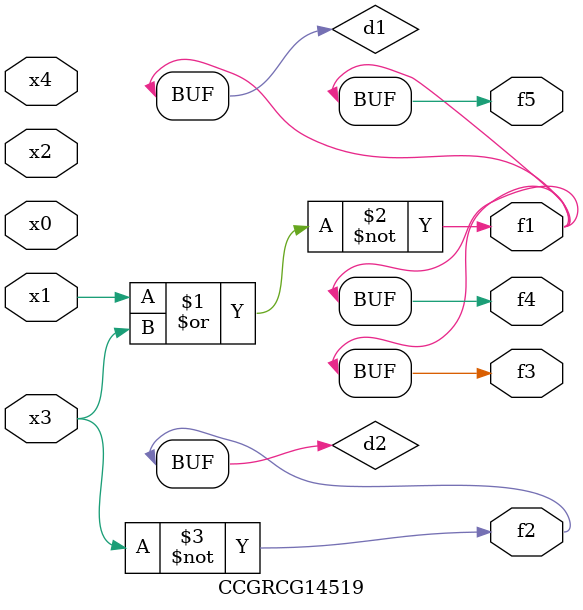
<source format=v>
module CCGRCG14519(
	input x0, x1, x2, x3, x4,
	output f1, f2, f3, f4, f5
);

	wire d1, d2;

	nor (d1, x1, x3);
	not (d2, x3);
	assign f1 = d1;
	assign f2 = d2;
	assign f3 = d1;
	assign f4 = d1;
	assign f5 = d1;
endmodule

</source>
